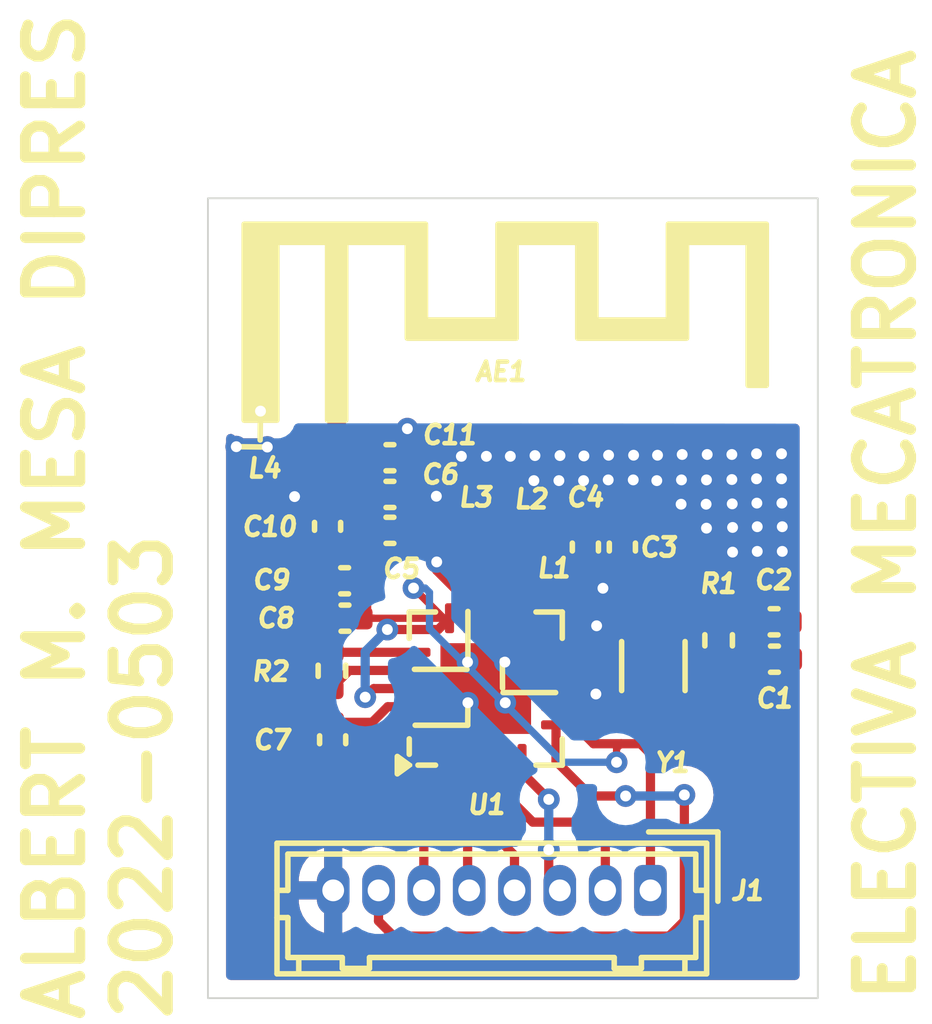
<source format=kicad_pcb>
(kicad_pcb (version 20240108) (generator "pcbnew") (generator_version "8.0")
  (layers (0 "F.Cu" signal) (31 "B.Cu" signal) (34 "B.Paste" user) (35 "F.Paste" user) (36 "B.SilkS" user "B.Silkscreen") (37 "F.SilkS" user "F.Silkscreen") (38 "B.Mask" user) (39 "F.Mask" user) (44 "Edge.Cuts" user))
  (net 0 "")
  (net 1 "Net-(AE1-A)")
  (net 2 "GNDREF")
  (net 3 "Net-(U1-XC2)")
  (net 4 "Net-(U1-XC1)")
  (net 5 "Net-(U1-VDD_PA)")
  (net 6 "Net-(C5-Pad1)")
  (net 7 "Net-(C10-Pad1)")
  (net 8 "Net-(U1-DVDD)")
  (net 9 "VDD")
  (net 10 "Net-(J1-Pin_5)")
  (net 11 "Net-(J1-Pin_6)")
  (net 12 "Net-(J1-Pin_3)")
  (net 13 "Net-(J1-Pin_7)")
  (net 14 "Net-(J1-Pin_2)")
  (net 15 "Net-(J1-Pin_4)")
  (net 16 "Net-(U1-ANT1)")
  (net 17 "Net-(U1-ANT2)")
  (net 18 "Net-(U1-IREF)")
  (footprint "Capacitor_SMD:C_0402_1005Metric" (layer "F.Cu") (at 151.72 87.76 -90)
    (property "Reference" "C10" (at 0.01 1.61 0) (layer "F.SilkS") (effects (font (size 0.508 0.508) (thickness 0.254) (bold yes) (italic yes))))
    (property "Value" "Cx")
    (fp_line (start -0.107836 0.36) (end 0.107836 0.36) (stroke (width 0.1524)) (layer "F.SilkS"))
    (fp_line (start -0.107836 -0.36) (end 0.107836 -0.36) (stroke (width 0.1524)) (layer "F.SilkS"))
    (pad "1" smd roundrect (at -0.48 0 270) (size 0.56 0.62) (layers "F.Cu" "F.Paste" "F.Mask") (net 7 "Net-(C10-Pad1)"))
    (pad "2" smd roundrect (at 0.48 0 270) (size 0.56 0.62) (layers "F.Cu" "F.Paste" "F.Mask") (net 2 "GNDREF"))
  )
  (footprint "Capacitor_SMD:C_0402_1005Metric" (layer "F.Cu") (at 164.045 91.42)
    (property "Reference" "C1" (at -0.005 1.08 0) (layer "F.SilkS") (effects (font (size 0.508 0.508) (thickness 0.254) (bold yes) (italic yes))))
    (property "Value" "22pF")
    (fp_line (start -0.107836 -0.36) (end 0.107836 -0.36) (stroke (width 0.1524)) (layer "F.SilkS"))
    (fp_line (start -0.107836 0.36) (end 0.107836 0.36) (stroke (width 0.1524)) (layer "F.SilkS"))
    (pad "1" smd roundrect (at -0.48 0) (size 0.56 0.62) (layers "F.Cu" "F.Paste" "F.Mask") (net 3 "Net-(U1-XC2)"))
    (pad "2" smd roundrect (at 0.48 0) (size 0.56 0.62) (layers "F.Cu" "F.Paste" "F.Mask") (net 2 "GNDREF"))
  )
  (footprint "Capacitor_SMD:C_0402_1005Metric" (layer "F.Cu") (at 153.44 86.88)
    (property "Reference" "C6" (at 1.38 -0.55 0) (layer "F.SilkS") (effects (font (size 0.508 0.508) (thickness 0.254) (bold yes) (italic yes))))
    (property "Value" "1.0pF")
    (fp_line (start -0.107836 -0.36) (end 0.107836 -0.36) (stroke (width 0.1524)) (layer "F.SilkS"))
    (fp_line (start -0.107836 0.36) (end 0.107836 0.36) (stroke (width 0.1524)) (layer "F.SilkS"))
    (pad "1" smd roundrect (at -0.48 0) (size 0.56 0.62) (layers "F.Cu" "F.Paste" "F.Mask") (net 7 "Net-(C10-Pad1)"))
    (pad "2" smd roundrect (at 0.48 0) (size 0.56 0.62) (layers "F.Cu" "F.Paste" "F.Mask") (net 2 "GNDREF"))
  )
  (footprint "Package_DFN_QFN:QFN-20-1EP_4x4mm_P0.5mm_EP2.5x2.5mm" (layer "F.Cu") (at 156.0825 92.23 90)
    (property "Reference" "U1" (at -3.2 0.0175 180) (layer "F.SilkS") (effects (font (size 0.508 0.508) (thickness 0.254) (bold yes) (italic yes))))
    (property "Value" "NRF24L01")
    (fp_line (start 2.11 -2.11) (end 2.11 -1.385) (stroke (width 0.1524)) (layer "F.SilkS"))
    (fp_line (start 1.385 -2.11) (end 2.11 -2.11) (stroke (width 0.1524)) (layer "F.SilkS"))
    (fp_line (start -1.385 -2.11) (end -1.81 -2.11) (stroke (width 0.1524)) (layer "F.SilkS"))
    (fp_line (start -2.11 -1.385) (end -2.11 -1.87) (stroke (width 0.1524)) (layer "F.SilkS"))
    (fp_line (start 2.11 2.11) (end 2.11 1.385) (stroke (width 0.1524)) (layer "F.SilkS"))
    (fp_line (start 1.385 2.11) (end 2.11 2.11) (stroke (width 0.1524)) (layer "F.SilkS"))
    (fp_line (start -1.385 2.11) (end -2.11 2.11) (stroke (width 0.1524)) (layer "F.SilkS"))
    (fp_line (start -2.11 2.11) (end -2.11 1.385) (stroke (width 0.1524)) (layer "F.SilkS"))
    (fp_poly (pts (xy -2.11 -2.11) (xy -2.35 -2.44) (xy -1.87 -2.44) (xy -2.11 -2.11)) (stroke (width 0.1524)) (fill solid) (layer "F.SilkS"))
    (pad "1" smd roundrect (at -1.9375 -1 90) (size 0.825 0.25) (layers "F.Cu" "F.Paste" "F.Mask") (net 11 "Net-(J1-Pin_6)"))
    (pad "2" smd roundrect (at -1.9375 -0.5 90) (size 0.825 0.25) (layers "F.Cu" "F.Paste" "F.Mask") (net 10 "Net-(J1-Pin_5)"))
    (pad "3" smd roundrect (at -1.9375 0 90) (size 0.825 0.25) (layers "F.Cu" "F.Paste" "F.Mask") (net 15 "Net-(J1-Pin_4)"))
    (pad "4" smd roundrect (at -1.9375 0.5 90) (size 0.825 0.25) (layers "F.Cu" "F.Paste" "F.Mask") (net 14 "Net-(J1-Pin_2)"))
    (pad "5" smd roundrect (at -1.9375 1 90) (size 0.825 0.25) (layers "F.Cu" "F.Paste" "F.Mask") (net 12 "Net-(J1-Pin_3)"))
    (pad "6" smd roundrect (at -1 1.9375 90) (size 0.25 0.825) (layers "F.Cu" "F.Paste" "F.Mask") (net 13 "Net-(J1-Pin_7)"))
    (pad "7" smd roundrect (at -0.5 1.9375 90) (size 0.25 0.825) (layers "F.Cu" "F.Paste" "F.Mask") (net 9 "VDD"))
    (pad "8" smd roundrect (at 0 1.9375 90) (size 0.25 0.825) (layers "F.Cu" "F.Paste" "F.Mask") (net 2 "GNDREF"))
    (pad "9" smd roundrect (at 0.5 1.9375 90) (size 0.25 0.825) (layers "F.Cu" "F.Paste" "F.Mask") (net 3 "Net-(U1-XC2)"))
    (pad "10" smd roundrect (at 1 1.9375 90) (size 0.25 0.825) (layers "F.Cu" "F.Paste" "F.Mask") (net 4 "Net-(U1-XC1)"))
    (pad "11" smd roundrect (at 1.9375 1 90) (size 0.825 0.25) (layers "F.Cu" "F.Paste" "F.Mask") (net 5 "Net-(U1-VDD_PA)"))
    (pad "12" smd roundrect (at 1.9375 0.5 90) (size 0.825 0.25) (layers "F.Cu" "F.Paste" "F.Mask") (net 16 "Net-(U1-ANT1)"))
    (pad "13" smd roundrect (at 1.9375 0 90) (size 0.825 0.25) (layers "F.Cu" "F.Paste" "F.Mask") (net 17 "Net-(U1-ANT2)"))
    (pad "14" smd roundrect (at 1.9375 -0.5 90) (size 0.825 0.25) (layers "F.Cu" "F.Paste" "F.Mask") (net 2 "GNDREF"))
    (pad "15" smd roundrect (at 1.9375 -1 90) (size 0.825 0.25) (layers "F.Cu" "F.Paste" "F.Mask") (net 9 "VDD"))
    (pad "16" smd roundrect (at 1 -1.9375 90) (size 0.25 0.825) (layers "F.Cu" "F.Paste" "F.Mask") (net 18 "Net-(U1-IREF)"))
    (pad "17" smd roundrect (at 0.5 -1.9375 90) (size 0.25 0.825) (layers "F.Cu" "F.Paste" "F.Mask") (net 2 "GNDREF"))
    (pad "18" smd roundrect (at 0 -1.9375 90) (size 0.25 0.825) (layers "F.Cu" "F.Paste" "F.Mask") (net 9 "VDD"))
    (pad "19" smd roundrect (at -0.5 -1.9375 90) (size 0.25 0.825) (layers "F.Cu" "F.Paste" "F.Mask") (net 8 "Net-(U1-DVDD)"))
    (pad "20" smd roundrect (at -1 -1.9375 90) (size 0.25 0.825) (layers "F.Cu" "F.Paste" "F.Mask") (net 2 "GNDREF"))
    (pad "21" smd rect (at 0 0 90) (size 2.5 2.5) (property pad_prop_heatsink) (layers "F.Cu" "F.Mask"))
  )
  (footprint "Capacitor_SMD:C_0402_1005Metric" (layer "F.Cu") (at 152.19 89.26 180)
    (property "Reference" "C9" (at 2.03 0.02 180) (layer "F.SilkS") (effects (font (size 0.508 0.508) (thickness 0.254) (bold yes) (italic yes))))
    (property "Value" "10nF")
    (fp_line (start -0.107836 0.36) (end 0.107836 0.36) (stroke (width 0.1524)) (layer "F.SilkS"))
    (fp_line (start -0.107836 -0.36) (end 0.107836 -0.36) (stroke (width 0.1524)) (layer "F.SilkS"))
    (pad "1" smd roundrect (at -0.48 0 180) (size 0.56 0.62) (layers "F.Cu" "F.Paste" "F.Mask") (net 9 "VDD"))
    (pad "2" smd roundrect (at 0.48 0 180) (size 0.56 0.62) (layers "F.Cu" "F.Paste" "F.Mask") (net 2 "GNDREF"))
  )
  (footprint "Capacitor_SMD:C_0402_1005Metric" (layer "F.Cu") (at 158.83 88.33 -90)
    (property "Reference" "C4" (at -1.37 0.01 180) (layer "F.SilkS") (effects (font (size 0.508 0.508) (thickness 0.254) (bold yes) (italic yes))))
    (property "Value" "4.7pF")
    (fp_line (start -0.107836 0.36) (end 0.107836 0.36) (stroke (width 0.1524)) (layer "F.SilkS"))
    (fp_line (start -0.107836 -0.36) (end 0.107836 -0.36) (stroke (width 0.1524)) (layer "F.SilkS"))
    (pad "1" smd roundrect (at -0.48 0 270) (size 0.56 0.62) (layers "F.Cu" "F.Paste" "F.Mask") (net 5 "Net-(U1-VDD_PA)"))
    (pad "2" smd roundrect (at 0.48 0 270) (size 0.56 0.62) (layers "F.Cu" "F.Paste" "F.Mask") (net 2 "GNDREF"))
  )
  (footprint "Resistor_SMD:R_0402_1005Metric" (layer "F.Cu") (at 151.84 91.74 -90)
    (property "Reference" "R2" (at 0.02 1.7 180) (layer "F.SilkS") (effects (font (size 0.508 0.508) (thickness 0.254) (bold yes) (italic yes))))
    (property "Value" "22K")
    (fp_line (start -0.153641 0.38) (end 0.153641 0.38) (stroke (width 0.1524)) (layer "F.SilkS"))
    (fp_line (start -0.153641 -0.38) (end 0.153641 -0.38) (stroke (width 0.1524)) (layer "F.SilkS"))
    (pad "1" smd roundrect (at -0.51 0 270) (size 0.54 0.64) (layers "F.Cu" "F.Paste" "F.Mask") (net 18 "Net-(U1-IREF)"))
    (pad "2" smd roundrect (at 0.51 0 270) (size 0.54 0.64) (layers "F.Cu" "F.Paste" "F.Mask") (net 2 "GNDREF"))
  )
  (footprint "Inductor_SMD:L_0402_1005Metric" (layer "F.Cu") (at 155.35 87.87 180)
    (property "Reference" "L3" (at -0.45 0.91 0) (layer "F.SilkS") (effects (font (size 0.508 0.508) (thickness 0.254) (bold yes) (italic yes))))
    (property "Value" "3.9nH")
    (pad "1" smd roundrect (at -0.485 0 180) (size 0.59 0.64) (layers "F.Cu" "F.Paste" "F.Mask") (net 17 "Net-(U1-ANT2)"))
    (pad "2" smd roundrect (at 0.485 0 180) (size 0.59 0.64) (layers "F.Cu" "F.Paste" "F.Mask") (net 6 "Net-(C5-Pad1)"))
  )
  (footprint "Capacitor_SMD:C_0402_1005Metric" (layer "F.Cu") (at 153.44 85.87)
    (property "Reference" "C11" (at 1.64 -0.63 0) (layer "F.SilkS") (effects (font (size 0.508 0.508) (thickness 0.254) (bold yes) (italic yes))))
    (property "Value" "Cx")
    (fp_line (start -0.107836 -0.36) (end 0.107836 -0.36) (stroke (width 0.1524)) (layer "F.SilkS"))
    (fp_line (start -0.107836 0.36) (end 0.107836 0.36) (stroke (width 0.1524)) (layer "F.SilkS"))
    (pad "1" smd roundrect (at -0.48 0) (size 0.56 0.62) (layers "F.Cu" "F.Paste" "F.Mask") (net 1 "Net-(AE1-A)"))
    (pad "2" smd roundrect (at 0.48 0) (size 0.56 0.62) (layers "F.Cu" "F.Paste" "F.Mask") (net 2 "GNDREF"))
  )
  (footprint "Resistor_SMD:R_0402_1005Metric" (layer "F.Cu") (at 162.505 90.9 90)
    (property "Reference" "R1" (at 1.56 -0.015 180) (layer "F.SilkS") (effects (font (size 0.508 0.508) (thickness 0.254) (bold yes) (italic yes))))
    (property "Value" "1M")
    (fp_line (start -0.153641 -0.38) (end 0.153641 -0.38) (stroke (width 0.1524)) (layer "F.SilkS"))
    (fp_line (start -0.153641 0.38) (end 0.153641 0.38) (stroke (width 0.1524)) (layer "F.SilkS"))
    (pad "1" smd roundrect (at -0.51 0 90) (size 0.54 0.64) (layers "F.Cu" "F.Paste" "F.Mask") (net 3 "Net-(U1-XC2)"))
    (pad "2" smd roundrect (at 0.51 0 90) (size 0.54 0.64) (layers "F.Cu" "F.Paste" "F.Mask") (net 4 "Net-(U1-XC1)"))
  )
  (footprint "RF_Antenna:Texas_SWRA117D_2.4GHz_Right" (layer "F.Cu") (at 151.97 84.585)
    (property "Reference" "AE1" (at 4.53 -1.085 0) (layer "F.SilkS") (effects (font (size 0.508 0.508) (thickness 0.254) (bold yes) (italic yes))))
    (property "Value" "50ohm")
    (fp_poly (pts (xy 2.45 -2.51) (xy 4.45 -2.51) (xy 4.45 -5.15) (xy 7.15 -5.15) (xy 7.15 -2.51) (xy 9.15 -2.51) (xy 9.15 -5.15) (xy 11.85 -5.15) (xy 11.85 -0.71) (xy 11.35 -0.71) (xy 11.35 -4.65) (xy 9.65 -4.65) (xy 9.65 -2.01) (xy 6.65 -2.01) (xy 6.65 -4.65) (xy 4.95 -4.65) (xy 4.95 -2.01) (xy 1.95 -2.01) (xy 1.95 -4.65) (xy 0.25 -4.65) (xy 0.25 0.25) (xy -0.25 0.25) (xy -0.25 -4.65) (xy -1.65 -4.65) (xy -1.65 0.25) (xy -2.55 0.25) (xy -2.55 0.006785) (xy -2.247583 0.006785) (xy -2.237742 0.054395) (xy -2.213674 0.096797) (xy -2.175731 0.129581) (xy -2.167819 0.133935) (xy -2.125156 0.146043) (xy -2.076637 0.1453) (xy -2.031122 0.1324) (xy -2.012511 0.121787) (xy -1.978868 0.086553) (xy -1.958309 0.041368) (xy -1.951778 -0.008158) (xy -1.960218 -0.056417) (xy -1.977112 -0.088643) (xy -2.012372 -0.121313) (xy -2.057682 -0.141408) (xy -2.107267 -0.147982) (xy -2.155353 -0.140092) (xy -2.188245 -0.123186) (xy -2.223185 -0.086416) (xy -2.242847 -0.041622) (xy -2.247583 0.006785) (xy -2.55 0.006785) (xy -2.55 -5.15) (xy 2.45 -5.15) (xy 2.45 -2.51)) (stroke (width 0.1524)) (fill solid) (layer "F.SilkS"))
    (pad "1" connect rect (at 0 0) (size 0.5 0.5) (layers "F.Cu") (net 1 "Net-(AE1-A)"))
    (pad "2" thru_hole rect (at -2.1 0) (size 0.9 0.5) (drill 0.3) (layers "*.Cu"))
  )
  (footprint "Capacitor_SMD:C_0402_1005Metric" (layer "F.Cu") (at 152.2 90.29 180)
    (property "Reference" "C8" (at 1.92 0 0) (layer "F.SilkS") (effects (font (size 0.508 0.508) (thickness 0.254) (bold yes) (italic yes))))
    (property "Value" "1nF")
    (fp_line (start -0.107836 0.36) (end 0.107836 0.36) (stroke (width 0.1524)) (layer "F.SilkS"))
    (fp_line (start -0.107836 -0.36) (end 0.107836 -0.36) (stroke (width 0.1524)) (layer "F.SilkS"))
    (pad "1" smd roundrect (at -0.48 0 180) (size 0.56 0.62) (layers "F.Cu" "F.Paste" "F.Mask") (net 9 "VDD"))
    (pad "2" smd roundrect (at 0.48 0 180) (size 0.56 0.62) (layers "F.Cu" "F.Paste" "F.Mask") (net 2 "GNDREF"))
  )
  (footprint "Inductor_SMD:L_0402_1005Metric" (layer "F.Cu") (at 151.485 85.88)
    (property "Reference" "L4" (at -1.515 0.28 0) (layer "F.SilkS") (effects (font (size 0.508 0.508) (thickness 0.254) (bold yes) (italic yes))))
    (property "Value" "Lx")
    (pad "1" smd roundrect (at -0.485 0) (size 0.59 0.64) (layers "F.Cu" "F.Paste" "F.Mask") (net 7 "Net-(C10-Pad1)"))
    (pad "2" smd roundrect (at 0.485 0) (size 0.59 0.64) (layers "F.Cu" "F.Paste" "F.Mask") (net 1 "Net-(AE1-A)"))
  )
  (footprint "Capacitor_SMD:C_0402_1005Metric" (layer "F.Cu") (at 164.035 90.39)
    (property "Reference" "C2" (at -0.035 -1.15 0) (layer "F.SilkS") (effects (font (size 0.508 0.508) (thickness 0.254) (bold yes) (italic yes))))
    (property "Value" "22pF")
    (fp_line (start -0.107836 -0.36) (end 0.107836 -0.36) (stroke (width 0.1524)) (layer "F.SilkS"))
    (fp_line (start -0.107836 0.36) (end 0.107836 0.36) (stroke (width 0.1524)) (layer "F.SilkS"))
    (pad "1" smd roundrect (at -0.48 0) (size 0.56 0.62) (layers "F.Cu" "F.Paste" "F.Mask") (net 4 "Net-(U1-XC1)"))
    (pad "2" smd roundrect (at 0.48 0) (size 0.56 0.62) (layers "F.Cu" "F.Paste" "F.Mask") (net 2 "GNDREF"))
  )
  (footprint "Connector_Hirose:Hirose_DF13-08P-1.25DSA_1x08_P1.25mm_Vertical" (layer "F.Cu") (at 160.625 97.79 180)
    (property "Reference" "J1" (at -2.675 -0.01 0) (layer "F.SilkS") (effects (font (size 0.508 0.508) (thickness 0.254) (bold yes) (italic yes))))
    (property "Value" "Conn_01x08_Pin")
    (fp_line (start 10.3 1.3) (end 10.3 -2.3) (stroke (width 0.1524)) (layer "F.SilkS"))
    (fp_line (start 10.3 -0.75) (end 10 -0.75) (stroke (width 0.1524)) (layer "F.SilkS"))
    (fp_line (start 10.3 -2.3) (end -1.55 -2.3) (stroke (width 0.1524)) (layer "F.SilkS"))
    (fp_line (start 10 1) (end 10 0) (stroke (width 0.1524)) (layer "F.SilkS"))
    (fp_line (start 10 0) (end 10.3 0) (stroke (width 0.1524)) (layer "F.SilkS"))
    (fp_line (start 10 -0.75) (end 10 -1.85) (stroke (width 0.1524)) (layer "F.SilkS"))
    (fp_line (start 10 -1.85) (end 9.7 -1.85) (stroke (width 0.1524)) (layer "F.SilkS"))
    (fp_line (start 9.7 -1.85) (end 9.7 -2.3) (stroke (width 0.1524)) (layer "F.SilkS"))
    (fp_line (start 8.5 -1.85) (end 9.7 -1.85) (stroke (width 0.1524)) (layer "F.SilkS"))
    (fp_line (start 8.5 -2.15) (end 8.5 -1.85) (stroke (width 0.1524)) (layer "F.SilkS"))
    (fp_line (start 7.75 -1.85) (end 7.75 -2.15) (stroke (width 0.1524)) (layer "F.SilkS"))
    (fp_line (start 7.75 -2.15) (end 8.5 -2.15) (stroke (width 0.1524)) (layer "F.SilkS"))
    (fp_line (start 1 -1.85) (end 7.75 -1.85) (stroke (width 0.1524)) (layer "F.SilkS"))
    (fp_line (start 1 -2.15) (end 1 -1.85) (stroke (width 0.1524)) (layer "F.SilkS"))
    (fp_line (start 0.25 -1.85) (end 0.25 -2.15) (stroke (width 0.1524)) (layer "F.SilkS"))
    (fp_line (start 0.25 -2.15) (end 1 -2.15) (stroke (width 0.1524)) (layer "F.SilkS"))
    (fp_line (start -0.95 -1.85) (end 0.25 -1.85) (stroke (width 0.1524)) (layer "F.SilkS"))
    (fp_line (start -0.95 -1.85) (end -0.95 -2.3) (stroke (width 0.1524)) (layer "F.SilkS"))
    (fp_line (start -1.25 1) (end 10 1) (stroke (width 0.1524)) (layer "F.SilkS"))
    (fp_line (start -1.25 0) (end -1.25 1) (stroke (width 0.1524)) (layer "F.SilkS"))
    (fp_line (start -1.25 -0.75) (end -1.25 -1.85) (stroke (width 0.1524)) (layer "F.SilkS"))
    (fp_line (start -1.25 -1.85) (end -0.95 -1.85) (stroke (width 0.1524)) (layer "F.SilkS"))
    (fp_line (start -1.55 1.3) (end 10.3 1.3) (stroke (width 0.1524)) (layer "F.SilkS"))
    (fp_line (start -1.55 0) (end -1.25 0) (stroke (width 0.1524)) (layer "F.SilkS"))
    (fp_line (start -1.55 -0.75) (end -1.25 -0.75) (stroke (width 0.1524)) (layer "F.SilkS"))
    (fp_line (start -1.55 -2.3) (end -1.55 1.3) (stroke (width 0.1524)) (layer "F.SilkS"))
    (fp_line (start -1.86 1.61) (end 0.05 1.61) (stroke (width 0.1524)) (layer "F.SilkS"))
    (fp_line (start -1.86 -0.3) (end -1.86 1.61) (stroke (width 0.1524)) (layer "F.SilkS"))
    (pad "1" thru_hole roundrect (at 0 0 180) (size 0.9 1.4) (drill 0.6) (layers "*.Cu" "*.Mask") (net 9 "VDD"))
    (pad "2" thru_hole oval (at 1.25 0 180) (size 0.9 1.4) (drill 0.6) (layers "*.Cu" "*.Mask") (net 14 "Net-(J1-Pin_2)"))
    (pad "3" thru_hole oval (at 2.5 0 180) (size 0.9 1.4) (drill 0.6) (layers "*.Cu" "*.Mask") (net 12 "Net-(J1-Pin_3)"))
    (pad "4" thru_hole oval (at 3.75 0 180) (size 0.9 1.4) (drill 0.6) (layers "*.Cu" "*.Mask") (net 15 "Net-(J1-Pin_4)"))
    (pad "5" thru_hole oval (at 5 0 180) (size 0.9 1.4) (drill 0.6) (layers "*.Cu" "*.Mask") (net 10 "Net-(J1-Pin_5)"))
    (pad "6" thru_hole oval (at 6.25 0 180) (size 0.9 1.4) (drill 0.6) (layers "*.Cu" "*.Mask") (net 11 "Net-(J1-Pin_6)"))
    (pad "7" thru_hole oval (at 7.5 0 180) (size 0.9 1.4) (drill 0.6) (layers "*.Cu" "*.Mask") (net 13 "Net-(J1-Pin_7)"))
    (pad "8" thru_hole oval (at 8.75 0 180) (size 0.9 1.4) (drill 0.6) (layers "*.Cu" "*.Mask") (net 2 "GNDREF"))
  )
  (footprint "Capacitor_SMD:C_0402_1005Metric" (layer "F.Cu") (at 153.44 87.87 180)
    (property "Reference" "C5" (at -0.3 -1.06 0) (layer "F.SilkS") (effects (font (size 0.508 0.508) (thickness 0.254) (bold yes) (italic yes))))
    (property "Value" "1.5pF")
    (fp_line (start -0.107836 0.36) (end 0.107836 0.36) (stroke (width 0.1524)) (layer "F.SilkS"))
    (fp_line (start -0.107836 -0.36) (end 0.107836 -0.36) (stroke (width 0.1524)) (layer "F.SilkS"))
    (pad "1" smd roundrect (at -0.48 0 180) (size 0.56 0.62) (layers "F.Cu" "F.Paste" "F.Mask") (net 6 "Net-(C5-Pad1)"))
    (pad "2" smd roundrect (at 0.48 0 180) (size 0.56 0.62) (layers "F.Cu" "F.Paste" "F.Mask") (net 7 "Net-(C10-Pad1)"))
  )
  (footprint "Inductor_SMD:L_0402_1005Metric" (layer "F.Cu") (at 156.33 88.92 180)
    (property "Reference" "L1" (at -1.63 0.01 0) (layer "F.SilkS") (effects (font (size 0.508 0.508) (thickness 0.254) (bold yes) (italic yes))))
    (property "Value" "8.2nH")
    (pad "1" smd roundrect (at -0.485 0 180) (size 0.59 0.64) (layers "F.Cu" "F.Paste" "F.Mask") (net 16 "Net-(U1-ANT1)"))
    (pad "2" smd roundrect (at 0.485 0 180) (size 0.59 0.64) (layers "F.Cu" "F.Paste" "F.Mask") (net 17 "Net-(U1-ANT2)"))
  )
  (footprint "Inductor_SMD:L_0402_1005Metric" (layer "F.Cu") (at 157.31 87.86)
    (property "Reference" "L2" (at 0.02 -0.85 0) (layer "F.SilkS") (effects (font (size 0.508 0.508) (thickness 0.254) (bold yes) (italic yes))))
    (property "Value" "2.7nH")
    (pad "1" smd roundrect (at -0.485 0) (size 0.59 0.64) (layers "F.Cu" "F.Paste" "F.Mask") (net 16 "Net-(U1-ANT1)"))
    (pad "2" smd roundrect (at 0.485 0) (size 0.59 0.64) (layers "F.Cu" "F.Paste" "F.Mask") (net 5 "Net-(U1-VDD_PA)"))
  )
  (footprint "Capacitor_SMD:C_0402_1005Metric" (layer "F.Cu") (at 151.86 93.64 -90)
    (property "Reference" "C7" (at 0.01 1.68 180) (layer "F.SilkS") (effects (font (size 0.508 0.508) (thickness 0.254) (bold yes) (italic yes))))
    (property "Value" "33nF")
    (fp_line (start -0.107836 0.36) (end 0.107836 0.36) (stroke (width 0.1524)) (layer "F.SilkS"))
    (fp_line (start -0.107836 -0.36) (end 0.107836 -0.36) (stroke (width 0.1524)) (layer "F.SilkS"))
    (pad "1" smd roundrect (at -0.48 0 270) (size 0.56 0.62) (layers "F.Cu" "F.Paste" "F.Mask") (net 8 "Net-(U1-DVDD)"))
    (pad "2" smd roundrect (at 0.48 0 270) (size 0.56 0.62) (layers "F.Cu" "F.Paste" "F.Mask") (net 2 "GNDREF"))
  )
  (footprint "Crystal:Crystal_SMD_3215-2Pin_3.2x1.5mm" (layer "F.Cu") (at 160.705 91.61 -90)
    (property "Reference" "Y1" (at 2.66 -0.525 180) (layer "F.SilkS") (effects (font (size 0.508 0.508) (thickness 0.254) (bold yes) (italic yes))))
    (property "Value" "16MHz")
    (fp_line (start -0.675 0.875) (end 0.675 0.875) (stroke (width 0.1524)) (layer "F.SilkS"))
    (fp_line (start -0.675 -0.875) (end 0.675 -0.875) (stroke (width 0.1524)) (layer "F.SilkS"))
    (pad "1" smd rect (at 1.25 0 270) (size 1 1.8) (layers "F.Cu" "F.Paste" "F.Mask") (net 3 "Net-(U1-XC2)"))
    (pad "2" smd rect (at -1.25 0 270) (size 1 1.8) (layers "F.Cu" "F.Paste" "F.Mask") (net 4 "Net-(U1-XC1)"))
  )
  (footprint "Capacitor_SMD:C_0402_1005Metric" (layer "F.Cu") (at 159.85 88.33 -90)
    (property "Reference" "C3" (at 0.01 -0.99 180) (layer "F.SilkS") (effects (font (size 0.508 0.508) (thickness 0.254) (bold yes) (italic yes))))
    (property "Value" "2.2nF")
    (fp_line (start -0.107836 0.36) (end 0.107836 0.36) (stroke (width 0.1524)) (layer "F.SilkS"))
    (fp_line (start -0.107836 -0.36) (end 0.107836 -0.36) (stroke (width 0.1524)) (layer "F.SilkS"))
    (pad "1" smd roundrect (at -0.48 0 270) (size 0.56 0.62) (layers "F.Cu" "F.Paste" "F.Mask") (net 5 "Net-(U1-VDD_PA)"))
    (pad "2" smd roundrect (at 0.48 0 270) (size 0.56 0.62) (layers "F.Cu" "F.Paste" "F.Mask") (net 2 "GNDREF"))
  )
  (gr_line (start 149.86 85.38) (end 149.87 84.525) (stroke (width 0.1524)) (layer "F.SilkS"))
  (gr_line (start 154.115 91.7) (end 155.565 91.7) (stroke (width 0.1524)) (layer "F.SilkS"))
  (gr_line (start 156.56 92.34) (end 158.01 92.34) (stroke (width 0.1524)) (layer "F.SilkS"))
  (gr_line (start 154.135 93.24) (end 155.585 93.24) (stroke (width 0.1524)) (layer "F.SilkS"))
  (gr_line (start 155.585 93.24) (end 155.59 92.62) (stroke (width 0.1524)) (layer "F.SilkS"))
  (gr_line (start 150.0575 85.575) (end 149.2025 85.565) (stroke (width 0.1524)) (layer "F.SilkS"))
  (gr_line (start 155.59 91.555) (end 155.59 90.105) (stroke (width 0.1524)) (layer "F.SilkS"))
  (gr_line (start 156.545 92.22) (end 156.54 91.45) (stroke (width 0.1524)) (layer "F.SilkS"))
  (gr_rect (start 148.42 78.72) (end 165.24 100.76) (stroke (width 0.05)) (fill none) (layer "Edge.Cuts"))
  (gr_text "ALBERT M. MESA DIPRES\n2022-0503" (at 147.5 101.5 90) (layer "F.SilkS") (effects (font (size 1.5 1.5) (thickness 0.3)) (justify left bottom)))
  (gr_text "ELECTIVA MECATRONICA" (at 168 101 90) (layer "F.SilkS") (effects (font (size 1.5 1.5) (thickness 0.3)) (justify left bottom)))
  (segment (start 151.98 85.87) (end 151.97 85.88) (width 0.508) (layer "F.Cu") (net 1))
  (segment (start 151.97 85.88) (end 151.97 84.585) (width 0.508) (layer "F.Cu") (net 1))
  (segment (start 152.96 85.87) (end 151.98 85.87) (width 0.508) (layer "F.Cu") (net 1))
  (segment (start 151.875 94.135) (end 151.86 94.12) (width 0.254) (layer "F.Cu") (net 2))
  (segment (start 158.02 92.23) (end 158.97 92.23) (width 0.254) (layer "F.Cu") (net 2))
  (segment (start 161.365 89.4) (end 164.025 89.4) (width 0.254) (layer "F.Cu") (net 2))
  (segment (start 152.92 94.12) (end 153.3 93.74) (width 0.254) (layer "F.Cu") (net 2))
  (segment (start 151.14 91.78) (end 151.29 91.93) (width 0.254) (layer "F.Cu") (net 2))
  (segment (start 152.317108 91.73) (end 154.145 91.73) (width 0.254) (layer "F.Cu") (net 2))
  (segment (start 158.83 88.98147) (end 159.314265 89.465735) (width 0.254) (layer "F.Cu") (net 2))
  (segment (start 151.03 93.9) (end 151.25 94.12) (width 0.254) (layer "F.Cu") (net 2))
  (segment (start 160.485 88.81) (end 160.63 88.665) (width 0.254) (layer "F.Cu") (net 2))
  (segment (start 160 88.81) (end 159.85 88.81) (width 0.2) (layer "F.Cu") (net 2))
  (segment (start 154.73 88.974932) (end 154.73 88.74) (width 0.254) (layer "F.Cu") (net 2))
  (segment (start 153.97 86.93) (end 153.92 86.88) (width 0.254) (layer "F.Cu") (net 2))
  (segment (start 151.72 89.25) (end 151.71 89.26) (width 0.508) (layer "F.Cu") (net 2))
  (segment (start 158.83 88.81) (end 158.83 88.98147) (width 0.254) (layer "F.Cu") (net 2))
  (segment (start 164.515 90.39) (end 164.515 91.41) (width 0.254) (layer "F.Cu") (net 2))
  (segment (start 160.35 86.93) (end 154.72 86.93) (width 0.254) (layer "F.Cu") (net 2))
  (segment (start 150.81 86.94) (end 150.81 87.99) (width 0.254) (layer "F.Cu") (net 2))
  (segment (start 153.3 93.452052) (end 153.522052 93.23) (width 0.254) (layer "F.Cu") (net 2))
  (segment (start 153.92 85.87) (end 153.92 85.07) (width 0.254) (layer "F.Cu") (net 2))
  (segment (start 159.85 88.81) (end 160.485 88.81) (width 0.254) (layer "F.Cu") (net 2))
  (segment (start 159.14 89.64) (end 159.314265 89.465735) (width 0.254) (layer "F.Cu") (net 2))
  (segment (start 151.72 89.37) (end 151.72 90.39) (width 0.508) (layer "F.Cu") (net 2))
  (segment (start 155.5825 89.827432) (end 154.73 88.974932) (width 0.254) (layer "F.Cu") (net 2))
  (segment (start 151.84 92.207108) (end 152.317108 91.73) (width 0.254) (layer "F.Cu") (net 2))
  (segment (start 151.84 92.25) (end 151.84 92.207108) (width 0.254) (layer "F.Cu") (net 2))
  (segment (start 154.72 86.93) (end 153.97 86.93) (width 0.254) (layer "F.Cu") (net 2))
  (segment (start 151.03 92.51) (end 151.03 93.9) (width 0.254) (layer "F.Cu") (net 2))
  (segment (start 158.97 92.23) (end 159.12 92.38) (width 0.254) (layer "F.Cu") (net 2))
  (segment (start 164.025 89.4) (end 164.515 89.89) (width 0.254) (layer "F.Cu") (net 2))
  (segment (start 153.3 93.74) (end 153.3 93.452052) (width 0.254) (layer "F.Cu") (net 2))
  (segment (start 161.365 89.4) (end 160.63 88.665) (width 0.254) (layer "F.Cu") (net 2))
  (segment (start 151.29 91.93) (end 151.29 92.25) (width 0.254) (layer "F.Cu") (net 2))
  (segment (start 151.84 92.25) (end 151.29 92.25) (width 0.254) (layer "F.Cu") (net 2))
  (segment (start 151.875 97.79) (end 151.875 94.135) (width 0.254) (layer "F.Cu") (net 2))
  (segment (start 151.86 94.12) (end 152.92 94.12) (width 0.254) (layer "F.Cu") (net 2))
  (segment (start 159.14 90.5) (end 159.14 89.64) (width 0.254) (layer "F.Cu") (net 2))
  (segment (start 151.06 88.24) (end 151.72 88.24) (width 0.254) (layer "F.Cu") (net 2))
  (segment (start 164.515 91.41) (end 164.525 91.42) (width 0.254) (layer "F.Cu") (net 2))
  (segment (start 151.72 88.24) (end 151.72 89.25) (width 0.508) (layer "F.Cu") (net 2))
  (segment (start 150.81 87.99) (end 151.06 88.24) (width 0.254) (layer "F.Cu") (net 2))
  (segment (start 164.515 89.89) (end 164.515 90.39) (width 0.254) (layer "F.Cu") (net 2))
  (segment (start 151.29 92.25) (end 151.03 92.51) (width 0.254) (layer "F.Cu") (net 2))
  (segment (start 151.34 90.29) (end 151.14 90.49) (width 0.254) (layer "F.Cu") (net 2))
  (segment (start 160.63 88.665) (end 160.63 87.21) (width 0.254) (layer "F.Cu") (net 2))
  (segment (start 151.14 90.49) (end 151.14 91.78) (width 0.254) (layer "F.Cu") (net 2))
  (segment (start 151.72 90.39) (end 151.73 90.4) (width 0.508) (layer "F.Cu") (net 2))
  (segment (start 155.5825 90.2925) (end 155.5825 89.827432) (width 0.254) (layer "F.Cu") (net 2))
  (segment (start 160.63 87.21) (end 160.35 86.93) (width 0.254) (layer "F.Cu") (net 2))
  (segment (start 151.25 94.12) (end 151.86 94.12) (width 0.254) (layer "F.Cu") (net 2))
  (segment (start 151.72 90.29) (end 151.34 90.29) (width 0.254) (layer "F.Cu") (net 2))
  (segment (start 158.83 88.81) (end 159.85 88.81) (width 0.508) (layer "F.Cu") (net 2))
  (segment (start 153.522052 93.23) (end 154.145 93.23) (width 0.254) (layer "F.Cu") (net 2))
  (segment (start 153.92 85.87) (end 153.92 86.88) (width 0.508) (layer "F.Cu") (net 2))
  (via (at 157.44 85.81) (size 0.6) (drill 0.3) (layers "F.Cu" "B.Cu") (net 2))
  (via (at 161.5 85.78) (size 0.6) (drill 0.3) (layers "F.Cu" "B.Cu") (net 2))
  (via (at 155.59 92.62) (size 0.6) (drill 0.3) (layers "F.Cu" "B.Cu") (net 2))
  (via (at 162.89 88.47) (size 0.6) (drill 0.3) (layers "F.Cu" "B.Cu") (net 2))
  (via (at 164.24 85.76) (size 0.6) (drill 0.3) (layers "F.Cu" "B.Cu") (net 2))
  (via (at 156.61 91.5) (size 0.6) (drill 0.3) (layers "F.Cu" "B.Cu") (net 2))
  (via (at 162.87 85.78) (size 0.6) (drill 0.3) (layers "F.Cu" "B.Cu") (net 2))
  (via (at 163.55 85.76) (size 0.6) (drill 0.3) (layers "F.Cu" "B.Cu") (net 2))
  (via (at 158.78 86.5) (size 0.6) (drill 0.3) (layers "F.Cu" "B.Cu") (net 2))
  (via (at 159.46 86.48) (size 0.6) (drill 0.3) (layers "F.Cu" "B.Cu") (net 2))
  (via (at 162.88 87.14) (size 0.6) (drill 0.3) (layers "F.Cu" "B.Cu") (net 2))
  (via (at 157.41 86.5) (size 0.6) (drill 0.3) (layers "F.Cu" "B.Cu") (net 2))
  (via (at 159.14 90.5) (size 0.6) (drill 0.3) (layers "F.Cu" "B.Cu") (net 2))
  (via (at 163.57 87.77) (size 0.6) (drill 0.3) (layers "F.Cu" "B.Cu") (net 2))
  (via (at 156.62 92.62) (size 0.6) (drill 0.3) (layers "F.Cu" "B.Cu") (net 2))
  (via (at 164.26 87.77) (size 0.6) (drill 0.3) (layers "F.Cu" "B.Cu") (net 2))
  (via (at 155.41 85.83) (size 0.6) (drill 0.3) (layers "F.Cu" "B.Cu") (net 2))
  (via (at 153.92 85.07) (size 0.6) (drill 0.3) (layers "F.Cu" "B.Cu") (net 2))
  (via (at 156.1 85.83) (size 0.6) (drill 0.3) (layers "F.Cu" "B.Cu") (net 2))
  (via (at 162.17 87.81) (size 0.6) (drill 0.3) (layers "F.Cu" "B.Cu") (net 2))
  (via (at 163.55 86.45) (size 0.6) (drill 0.3) (layers "F.Cu" "B.Cu") (net 2))
  (via (at 160.16 85.8) (size 0.6) (drill 0.3) (layers "F.Cu" "B.Cu") (net 2))
  (via (at 164.24 86.45) (size 0.6) (drill 0.3) (layers "F.Cu" "B.Cu") (net 2))
  (via (at 160.8 86.5) (size 0.6) (drill 0.3) (layers "F.Cu" "B.Cu") (net 2))
  (via (at 158.1 86.5) (size 0.6) (drill 0.3) (layers "F.Cu" "B.Cu") (net 2))
  (via (at 162.17 86.48) (size 0.6) (drill 0.3) (layers "F.Cu" "B.Cu") (net 2))
  (via (at 161.47 87.15) (size 0.6) (drill 0.3) (layers "F.Cu" "B.Cu") (net 2))
  (via (at 164.26 88.45) (size 0.6) (drill 0.3) (layers "F.Cu" "B.Cu") (net 2))
  (via (at 150.81 86.94) (size 0.6) (drill 0.3) (layers "F.Cu" "B.Cu") (net 2))
  (via (at 159.12 92.38) (size 0.6) (drill 0.3) (layers "F.Cu" "B.Cu") (net 2))
  (via (at 150.0575 85.575) (size 0.6) (drill 0.3) (layers "F.Cu" "B.Cu") (net 2))
  (via (at 154.72 86.93) (size 0.6) (drill 0.3) (layers "F.Cu" "B.Cu") (net 2))
  (via (at 162.87 86.47) (size 0.6) (drill 0.3) (layers "F.Cu" "B.Cu") (net 2))
  (via (at 162.16 87.15) (size 0.6) (drill 0.3) (layers "F.Cu" "B.Cu") (net 2))
  (via (at 162.89 87.79) (size 0.6) (drill 0.3) (layers "F.Cu" "B.Cu") (net 2))
  (via (at 154.73 88.74) (size 0.6) (drill 0.3) (layers "F.Cu" "B.Cu") (net 2))
  (via (at 163.57 88.45) (size 0.6) (drill 0.3) (layers "F.Cu" "B.Cu") (net 2))
  (via (at 162.19 85.78) (size 0.6) (drill 0.3) (layers "F.Cu" "B.Cu") (net 2))
  (via (at 158.79 85.82) (size 0.6) (drill 0.3) (layers "F.Cu" "B.Cu") (net 2))
  (via (at 160.82 85.8) (size 0.6) (drill 0.3) (layers "F.Cu" "B.Cu") (net 2))
  (via (at 149.2025 85.565) (size 0.6) (drill 0.3) (layers "F.Cu" "B.Cu") (net 2))
  (via (at 160.15 86.48) (size 0.6) (drill 0.3) (layers "F.Cu" "B.Cu") (net 2))
  (via (at 158.13 85.81) (size 0.6) (drill 0.3) (layers "F.Cu" "B.Cu") (net 2))
  (via (at 155.58 91.5) (size 0.6) (drill 0.3) (layers "F.Cu" "B.Cu") (net 2))
  (via (at 161.48 86.48) (size 0.6) (drill 0.3) (layers "F.Cu" "B.Cu") (net 2))
  (via (at 159.314265 89.465735) (size 0.6) (drill 0.3) (layers "F.Cu" "B.Cu") (net 2))
  (via (at 156.76 85.83) (size 0.6) (drill 0.3) (layers "F.Cu" "B.Cu") (net 2))
  (via (at 159.47 85.8) (size 0.6) (drill 0.3) (layers "F.Cu" "B.Cu") (net 2))
  (via (at 164.25 87.12) (size 0.6) (drill 0.3) (layers "F.Cu" "B.Cu") (net 2))
  (via (at 163.56 87.12) (size 0.6) (drill 0.3) (layers "F.Cu" "B.Cu") (net 2))
  (segment (start 152.05 86.94) (end 150.81 86.94) (width 0.254) (layer "B.Cu") (net 2))
  (segment (start 159.12 92.38) (end 159.12 90.52) (width 0.254) (layer "B.Cu") (net 2))
  (segment (start 154.73 86.94) (end 154.72 86.93) (width 0.254) (layer "B.Cu") (net 2))
  (segment (start 159.12 90.52) (end 159.14 90.5) (width 0.254) (layer "B.Cu") (net 2))
  (segment (start 154.73 88.74) (end 154.73 86.94) (width 0.254) (layer "B.Cu") (net 2))
  (segment (start 153.92 85.07) (end 152.05 86.94) (width 0.254) (layer "B.Cu") (net 2))
  (segment (start 162.515 91.42) (end 162.505 91.41) (width 0.254) (layer "F.Cu") (net 3))
  (segment (start 158.02 91.73) (end 160.145 91.73) (width 0.254) (layer "F.Cu") (net 3))
  (segment (start 160.705 92.29) (end 160.705 92.86) (width 0.254) (layer "F.Cu") (net 3))
  (segment (start 163.565 91.42) (end 162.515 91.42) (width 0.254) (layer "F.Cu") (net 3))
  (segment (start 160.145 91.73) (end 160.705 92.29) (width 0.254) (layer "F.Cu") (net 3))
  (segment (start 162.505 92.28) (end 161.925 92.86) (width 0.254) (layer "F.Cu") (net 3))
  (segment (start 162.505 91.41) (end 162.505 92.28) (width 0.254) (layer "F.Cu") (net 3))
  (segment (start 161.925 92.86) (end 160.705 92.86) (width 0.254) (layer "F.Cu") (net 3))
  (segment (start 160.175 91.23) (end 160.705 90.7) (width 0.254) (layer "F.Cu") (net 4))
  (segment (start 160.705 90.7) (end 160.705 90.36) (width 0.254) (layer "F.Cu") (net 4))
  (segment (start 158.02 91.23) (end 160.175 91.23) (width 0.254) (layer "F.Cu") (net 4))
  (segment (start 160.735 90.39) (end 160.705 90.36) (width 0.254) (layer "F.Cu") (net 4))
  (segment (start 163.555 90.39) (end 162.505 90.39) (width 0.254) (layer "F.Cu") (net 4))
  (segment (start 162.505 90.39) (end 160.735 90.39) (width 0.254) (layer "F.Cu") (net 4))
  (segment (start 157.54 89.835) (end 157.54 89.37) (width 0.254) (layer "F.Cu") (net 5))
  (segment (start 157.795 87.86) (end 158.82 87.86) (width 0.508) (layer "F.Cu") (net 5))
  (segment (start 159.85 87.85) (end 158.83 87.85) (width 0.508) (layer "F.Cu") (net 5))
  (segment (start 157.0825 90.2925) (end 157.54 89.835) (width 0.254) (layer "F.Cu") (net 5))
  (segment (start 158.82 87.86) (end 158.83 87.85) (width 0.508) (layer "F.Cu") (net 5))
  (segment (start 157.54 89.37) (end 157.795 89.115) (width 0.254) (layer "F.Cu") (net 5))
  (segment (start 157.795 89.115) (end 157.795 87.86) (width 0.254) (layer "F.Cu") (net 5))
  (segment (start 153.92 87.87) (end 154.865 87.87) (width 0.508) (layer "F.Cu") (net 6))
  (segment (start 151.65 86.88) (end 152.96 86.88) (width 0.254) (layer "F.Cu") (net 7))
  (segment (start 151.72 87.28) (end 151.72 86.95) (width 0.254) (layer "F.Cu") (net 7))
  (segment (start 152.96 86.88) (end 152.96 87.87) (width 0.508) (layer "F.Cu") (net 7))
  (segment (start 151 85.88) (end 151 86.23) (width 0.254) (layer "F.Cu") (net 7))
  (segment (start 151 86.23) (end 151.65 86.88) (width 0.254) (layer "F.Cu") (net 7))
  (segment (start 151.72 86.95) (end 151.65 86.88) (width 0.254) (layer "F.Cu") (net 7))
  (segment (start 153.38 92.73) (end 154.145 92.73) (width 0.254) (layer "F.Cu") (net 8))
  (segment (start 152.95 93.16) (end 153.38 92.73) (width 0.254) (layer "F.Cu") (net 8))
  (segment (start 151.86 93.16) (end 152.95 93.16) (width 0.254) (layer "F.Cu") (net 8))
  (segment (start 152.993286 92.23) (end 152.757164 92.466122) (width 0.254) (layer "F.Cu") (net 9))
  (segment (start 158.87 93.564) (end 159.056 93.75) (width 0.254) (layer "F.Cu") (net 9))
  (segment (start 152.67 89.26) (end 152.67 90.28) (width 0.508) (layer "F.Cu") (net 9))
  (segment (start 155.0825 90.2925) (end 154.9225 90.2925) (width 0.2) (layer "F.Cu") (net 9))
  (segment (start 153.368353 90.603) (end 154.772 90.603) (width 0.254) (layer "F.Cu") (net 9))
  (segment (start 159.82 93.75) (end 160.35 93.75) (width 0.254) (layer "F.Cu") (net 9))
  (segment (start 159.056 93.75) (end 159.82 93.75) (width 0.254) (layer "F.Cu") (net 9))
  (segment (start 152.98 90.29) (end 152.9825 90.2925) (width 0.2) (layer "F.Cu") (net 9))
  (segment (start 160.35 93.75) (end 160.625 94.025) (width 0.254) (layer "F.Cu") (net 9))
  (segment (start 158.87 93.114932) (end 158.87 93.564) (width 0.254) (layer "F.Cu") (net 9))
  (segment (start 152.67 90.28) (end 152.68 90.29) (width 0.508) (layer "F.Cu") (net 9))
  (segment (start 154.9225 90.2925) (end 154.09 89.46) (width 0.2) (layer "F.Cu") (net 9))
  (segment (start 159.69 94.26) (end 159.69 93.88) (width 0.2) (layer "F.Cu") (net 9))
  (segment (start 152.9825 90.2925) (end 155.0825 90.2925) (width 0.2) (layer "F.Cu") (net 9))
  (segment (start 152.68 90.29) (end 152.98 90.29) (width 0.2) (layer "F.Cu") (net 9))
  (segment (start 160.625 94.025) (end 160.625 97.79) (width 0.254) (layer "F.Cu") (net 9))
  (segment (start 154.145 92.23) (end 152.993286 92.23) (width 0.254) (layer "F.Cu") (net 9))
  (segment (start 154.772 90.603) (end 155.0825 90.2925) (width 0.254) (layer "F.Cu") (net 9))
  (segment (start 158.02 92.73) (end 158.485068 92.73) (width 0.254) (layer "F.Cu") (net 9))
  (segment (start 158.485068 92.73) (end 158.87 93.114932) (width 0.254) (layer "F.Cu") (net 9))
  (segment (start 159.69 93.88) (end 159.82 93.75) (width 0.2) (layer "F.Cu") (net 9))
  (via (at 154.09 89.46) (size 0.6) (drill 0.3) (layers "F.Cu" "B.Cu") (net 9))
  (via (at 152.757164 92.466122) (size 0.6) (drill 0.3) (layers "F.Cu" "B.Cu") (net 9))
  (via (at 153.368353 90.603) (size 0.6) (drill 0.3) (layers "F.Cu" "B.Cu") (net 9))
  (via (at 159.69 94.26) (size 0.6) (drill 0.3) (layers "F.Cu" "B.Cu") (net 9))
  (segment (start 158.21 94.26) (end 154.53 90.58) (width 0.2) (layer "B.Cu") (net 9))
  (segment (start 154.41 89.46) (end 154.09 89.46) (width 0.2) (layer "B.Cu") (net 9))
  (segment (start 159.69 94.26) (end 158.21 94.26) (width 0.2) (layer "B.Cu") (net 9))
  (segment (start 152.757164 92.466122) (end 152.757164 91.214189) (width 0.254) (layer "B.Cu") (net 9))
  (segment (start 154.53 90.58) (end 154.53 89.58) (width 0.2) (layer "B.Cu") (net 9))
  (segment (start 152.757164 91.214189) (end 153.368353 90.603) (width 0.254) (layer "B.Cu") (net 9))
  (segment (start 154.53 89.58) (end 154.41 89.46) (width 0.2) (layer "B.Cu") (net 9))
  (segment (start 155.5825 97.7475) (end 155.625 97.79) (width 0.254) (layer "F.Cu") (net 10))
  (segment (start 155.5825 94.1675) (end 155.5825 97.7475) (width 0.254) (layer "F.Cu") (net 10))
  (segment (start 155.0825 95.1075) (end 154.375 95.815) (width 0.254) (layer "F.Cu") (net 11))
  (segment (start 155.0825 94.1675) (end 155.0825 95.1075) (width 0.254) (layer "F.Cu") (net 11))
  (segment (start 154.375 95.815) (end 154.375 97.79) (width 0.254) (layer "F.Cu") (net 11))
  (segment (start 157.0825 94.5455) (end 157.82 95.283) (width 0.254) (layer "F.Cu") (net 12))
  (segment (start 157.82 97.485) (end 158.125 97.79) (width 0.254) (layer "F.Cu") (net 12))
  (segment (start 157.82 96.67) (end 157.82 97.485) (width 0.254) (layer "F.Cu") (net 12))
  (segment (start 157.0825 94.1675) (end 157.0825 94.5455) (width 0.254) (layer "F.Cu") (net 12))
  (via (at 157.82 96.67) (size 0.6) (drill 0.3) (layers "F.Cu" "B.Cu") (net 12))
  (via (at 157.82 95.283) (size 0.6) (drill 0.3) (layers "F.Cu" "B.Cu") (net 12))
  (segment (start 157.82 95.283) (end 157.82 96.67) (width 0.254) (layer "B.Cu") (net 12))
  (segment (start 158.02 94.23) (end 158.07 94.28) (width 0.254) (layer "F.Cu") (net 13))
  (segment (start 153.54 99.05) (end 161.14 99.05) (width 0.254) (layer "F.Cu") (net 13))
  (segment (start 158.07 94.28) (end 158.98 95.19) (width 0.254) (layer "F.Cu") (net 13))
  (segment (start 158.02 93.23) (end 158.02 94.23) (width 0.254) (layer "F.Cu") (net 13))
  (segment (start 161.56 98.63) (end 161.56 95.16) (width 0.254) (layer "F.Cu") (net 13))
  (segment (start 153.125 97.79) (end 153.125 98.635) (width 0.254) (layer "F.Cu") (net 13))
  (segment (start 158.98 95.19) (end 159.94 95.19) (width 0.254) (layer "F.Cu") (net 13))
  (segment (start 161.14 99.05) (end 161.56 98.63) (width 0.254) (layer "F.Cu") (net 13))
  (segment (start 153.125 98.635) (end 153.54 99.05) (width 0.254) (layer "F.Cu") (net 13))
  (via (at 161.56 95.16) (size 0.6) (drill 0.3) (layers "F.Cu" "B.Cu") (net 13))
  (via (at 159.94 95.19) (size 0.6) (drill 0.3) (layers "F.Cu" "B.Cu") (net 13))
  (segment (start 161.53 95.19) (end 161.56 95.16) (width 0.254) (layer "B.Cu") (net 13))
  (segment (start 159.94 95.19) (end 161.53 95.19) (width 0.254) (layer "B.Cu") (net 13))
  (segment (start 159.375 97.79) (end 159.375 97.336) (width 0.254) (layer "F.Cu") (net 14))
  (segment (start 156.5825 95.1125) (end 156.5825 94.1675) (width 0.254) (layer "F.Cu") (net 14))
  (segment (start 159.375 97.336) (end 159.38 97.331) (width 0.254) (layer "F.Cu") (net 14))
  (segment (start 159.38 97.331) (end 159.38 96.49) (width 0.254) (layer "F.Cu") (net 14))
  (segment (start 157.38 95.91) (end 156.5825 95.1125) (width 0.254) (layer "F.Cu") (net 14))
  (segment (start 159.38 96.49) (end 158.84 95.95) (width 0.254) (layer "F.Cu") (net 14))
  (segment (start 158.84 95.91) (end 157.38 95.91) (width 0.254) (layer "F.Cu") (net 14))
  (segment (start 158.84 95.95) (end 158.84 95.91) (width 0.254) (layer "F.Cu") (net 14))
  (segment (start 156.0825 96.0325) (end 156.875 96.825) (width 0.254) (layer "F.Cu") (net 15))
  (segment (start 156.0825 94.1675) (end 156.0825 96.0325) (width 0.254) (layer "F.Cu") (net 15))
  (segment (start 156.875 96.825) (end 156.875 97.79) (width 0.254) (layer "F.Cu") (net 15))
  (segment (start 156.815 88.92) (end 156.5825 89.1525) (width 0.254) (layer "F.Cu") (net 16))
  (segment (start 156.5825 89.1525) (end 156.5825 90.2925) (width 0.254) (layer "F.Cu") (net 16))
  (segment (start 156.825 88.91) (end 156.815 88.92) (width 0.508) (layer "F.Cu") (net 16))
  (segment (start 156.825 87.86) (end 156.825 88.91) (width 0.508) (layer "F.Cu") (net 16))
  (segment (start 155.845 88.92) (end 156.0825 89.1575) (width 0.254) (layer "F.Cu") (net 17))
  (segment (start 156.0825 89.1575) (end 156.0825 90.2925) (width 0.254) (layer "F.Cu") (net 17))
  (segment (start 155.835 87.87) (end 155.835 88.91) (width 0.508) (layer "F.Cu") (net 17))
  (segment (start 155.835 88.91) (end 155.845 88.92) (width 0.508) (layer "F.Cu") (net 17))
  (segment (start 151.84 91.23) (end 154.145 91.23) (width 0.254) (layer "F.Cu") (net 18))
  (zone (net 2) (net_name "GNDREF") (layer "F.Cu") (priority 1) (connect_pads (clearance 0.5)) (min_thickness 0.25) (fill yes (thermal_gap 0.5) (thermal_bridge_width 0.5))
    (polygon (pts (xy 148.43 84.93) (xy 165.24 84.93) (xy 165.24 100.75) (xy 148.42 100.75)))
  )
  (zone (net 2) (net_name "GNDREF") (layer "B.Cu") (connect_pads (clearance 0.5)) (min_thickness 0.25) (fill yes (thermal_gap 0.5) (thermal_bridge_width 0.5))
    (polygon (pts (xy 148.42 84.92) (xy 165.23 84.93) (xy 165.23 100.75) (xy 148.43 100.75) (xy 148.43 84.92)))
  )
)
</source>
